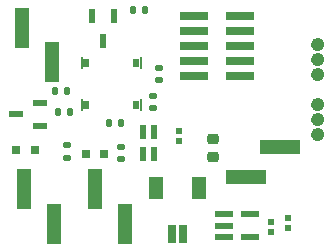
<source format=gbr>
%TF.GenerationSoftware,KiCad,Pcbnew,8.0.4+dfsg-1*%
%TF.CreationDate,2025-01-09T10:04:30-05:00*%
%TF.ProjectId,tag,7461672e-6b69-4636-9164-5f7063625858,1*%
%TF.SameCoordinates,Original*%
%TF.FileFunction,Paste,Top*%
%TF.FilePolarity,Positive*%
%FSLAX46Y46*%
G04 Gerber Fmt 4.6, Leading zero omitted, Abs format (unit mm)*
G04 Created by KiCad (PCBNEW 8.0.4+dfsg-1) date 2025-01-09 10:04:30*
%MOMM*%
%LPD*%
G01*
G04 APERTURE LIST*
G04 Aperture macros list*
%AMRoundRect*
0 Rectangle with rounded corners*
0 $1 Rounding radius*
0 $2 $3 $4 $5 $6 $7 $8 $9 X,Y pos of 4 corners*
0 Add a 4 corners polygon primitive as box body*
4,1,4,$2,$3,$4,$5,$6,$7,$8,$9,$2,$3,0*
0 Add four circle primitives for the rounded corners*
1,1,$1+$1,$2,$3*
1,1,$1+$1,$4,$5*
1,1,$1+$1,$6,$7*
1,1,$1+$1,$8,$9*
0 Add four rect primitives between the rounded corners*
20,1,$1+$1,$2,$3,$4,$5,0*
20,1,$1+$1,$4,$5,$6,$7,0*
20,1,$1+$1,$6,$7,$8,$9,0*
20,1,$1+$1,$8,$9,$2,$3,0*%
G04 Aperture macros list end*
%ADD10C,0.560000*%
%ADD11R,0.600000X0.540000*%
%ADD12RoundRect,0.135000X0.135000X0.185000X-0.135000X0.185000X-0.135000X-0.185000X0.135000X-0.185000X0*%
%ADD13R,0.660400X1.549400*%
%ADD14R,1.295400X1.905000*%
%ADD15RoundRect,0.135000X-0.135000X-0.185000X0.135000X-0.185000X0.135000X0.185000X-0.135000X0.185000X0*%
%ADD16R,2.400000X0.740000*%
%ADD17R,1.270000X3.430000*%
%ADD18R,0.600000X1.300000*%
%ADD19R,3.430000X1.270000*%
%ADD20R,0.600000X1.200000*%
%ADD21R,0.800000X0.800000*%
%ADD22RoundRect,0.135000X0.185000X-0.135000X0.185000X0.135000X-0.185000X0.135000X-0.185000X-0.135000X0*%
%ADD23RoundRect,0.135000X-0.185000X0.135000X-0.185000X-0.135000X0.185000X-0.135000X0.185000X0.135000X0*%
%ADD24R,0.200000X1.100000*%
%ADD25R,0.500000X0.700000*%
%ADD26RoundRect,0.225000X-0.250000X0.225000X-0.250000X-0.225000X0.250000X-0.225000X0.250000X0.225000X0*%
%ADD27R,1.300000X0.600000*%
%ADD28R,1.574800X0.558800*%
G04 APERTURE END LIST*
%TO.C,REF\u002A\u002A*%
D10*
X84120000Y-30050000D02*
G75*
G02*
X83560000Y-30050000I-280000J0D01*
G01*
X83560000Y-30050000D02*
G75*
G02*
X84120000Y-30050000I280000J0D01*
G01*
X84120000Y-31320000D02*
G75*
G02*
X83560000Y-31320000I-280000J0D01*
G01*
X83560000Y-31320000D02*
G75*
G02*
X84120000Y-31320000I280000J0D01*
G01*
X84120000Y-32590000D02*
G75*
G02*
X83560000Y-32590000I-280000J0D01*
G01*
X83560000Y-32590000D02*
G75*
G02*
X84120000Y-32590000I280000J0D01*
G01*
X84120000Y-35130000D02*
G75*
G02*
X83560000Y-35130000I-280000J0D01*
G01*
X83560000Y-35130000D02*
G75*
G02*
X84120000Y-35130000I280000J0D01*
G01*
X84120000Y-36400000D02*
G75*
G02*
X83560000Y-36400000I-280000J0D01*
G01*
X83560000Y-36400000D02*
G75*
G02*
X84120000Y-36400000I280000J0D01*
G01*
X84120000Y-37670000D02*
G75*
G02*
X83560000Y-37670000I-280000J0D01*
G01*
X83560000Y-37670000D02*
G75*
G02*
X84120000Y-37670000I280000J0D01*
G01*
%TD*%
D11*
%TO.C,C4*%
X72060000Y-37378000D03*
X72060000Y-38242000D03*
%TD*%
D12*
%TO.C,R2*%
X62630000Y-34000000D03*
X61610000Y-34000000D03*
%TD*%
D13*
%TO.C,J1*%
X72460000Y-46045001D03*
X71460002Y-46045001D03*
D14*
X70160002Y-42170000D03*
X73760000Y-42170000D03*
%TD*%
D15*
%TO.C,R4*%
X61860000Y-35780000D03*
X62880000Y-35780000D03*
%TD*%
D16*
%TO.C,J3*%
X77280000Y-32740000D03*
X73380000Y-32740000D03*
X77280000Y-31470000D03*
X73380000Y-31470000D03*
X77280000Y-30200000D03*
X73380000Y-30200000D03*
X77280000Y-28930000D03*
X73380000Y-28930000D03*
X77280000Y-27660000D03*
X73380000Y-27660000D03*
%TD*%
D17*
%TO.C,J6*%
X64960000Y-42270000D03*
X67500000Y-45190000D03*
%TD*%
D18*
%TO.C,Q1*%
X66600000Y-27660000D03*
X64700000Y-27660000D03*
X65650000Y-29760000D03*
%TD*%
D11*
%TO.C,C1*%
X81310000Y-45552000D03*
X81310000Y-44688000D03*
%TD*%
D19*
%TO.C,J4*%
X77750000Y-41210000D03*
X80670000Y-38670000D03*
%TD*%
D20*
%TO.C,D1*%
X69995000Y-39260000D03*
X69995000Y-37460000D03*
X69045000Y-37460000D03*
X69045000Y-39260000D03*
%TD*%
D21*
%TO.C,D2*%
X65780000Y-39260000D03*
X64180000Y-39260000D03*
%TD*%
D15*
%TO.C,R1*%
X68170000Y-27080000D03*
X69190000Y-27080000D03*
%TD*%
D22*
%TO.C,R8*%
X62650000Y-39600000D03*
X62650000Y-38580000D03*
%TD*%
D23*
%TO.C,R3*%
X70380000Y-32040000D03*
X70380000Y-33060000D03*
%TD*%
D21*
%TO.C,D3*%
X59920000Y-39000000D03*
X58320000Y-39000000D03*
%TD*%
D24*
%TO.C,S1*%
X63890000Y-31630000D03*
D25*
X64240000Y-31630000D03*
X68490000Y-31630000D03*
D24*
X68840000Y-31630000D03*
X63890000Y-35130000D03*
D25*
X64240000Y-35130000D03*
X68490000Y-35130000D03*
D24*
X68840000Y-35130000D03*
%TD*%
D12*
%TO.C,R5*%
X67200000Y-36710000D03*
X66180000Y-36710000D03*
%TD*%
D22*
%TO.C,R6*%
X69920000Y-35430000D03*
X69920000Y-34410000D03*
%TD*%
D17*
%TO.C,J5*%
X58840000Y-28610000D03*
X61380000Y-31530000D03*
%TD*%
%TO.C,J7*%
X61530000Y-45210000D03*
X58990000Y-42290000D03*
%TD*%
D26*
%TO.C,C3*%
X74950000Y-38045000D03*
X74950000Y-39595000D03*
%TD*%
D27*
%TO.C,Q2*%
X60360000Y-36900000D03*
X60360000Y-35000000D03*
X58260000Y-35950000D03*
%TD*%
D22*
%TO.C,R7*%
X67150000Y-39710000D03*
X67150000Y-38690000D03*
%TD*%
D28*
%TO.C,U2*%
X75915600Y-44410000D03*
X75915600Y-45360001D03*
X75915600Y-46310002D03*
X78100000Y-46310002D03*
X78100000Y-44410000D03*
%TD*%
D11*
%TO.C,C2*%
X79900000Y-45940000D03*
X79900000Y-45076000D03*
%TD*%
M02*

</source>
